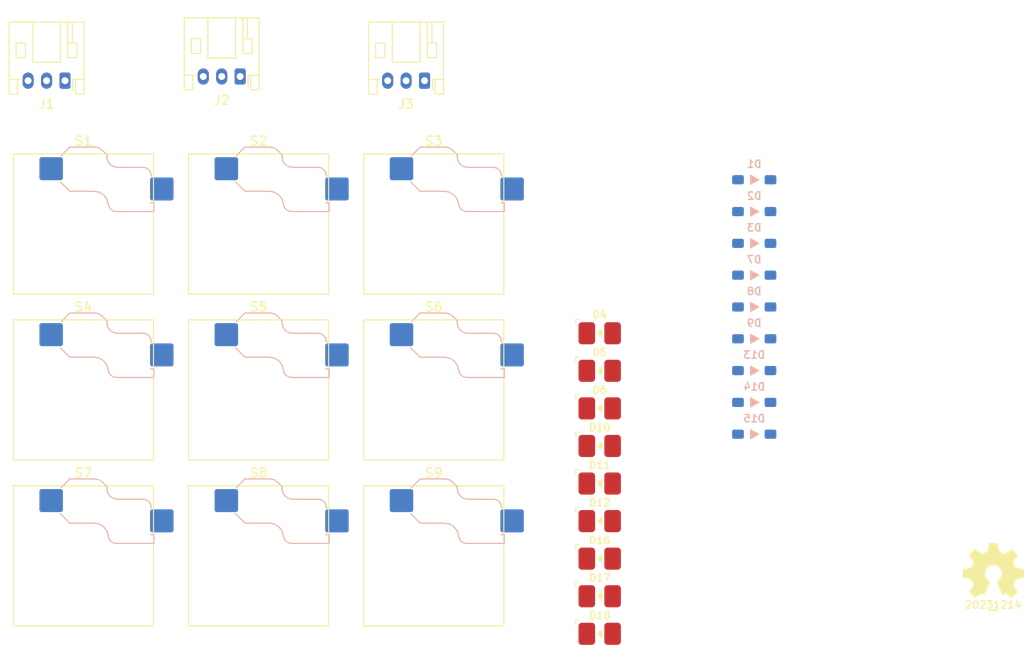
<source format=kicad_pcb>
(kicad_pcb (version 20221018) (generator pcbnew)
  (layers (0 "F.Cu" mixed) (31 "B.Cu" mixed) (34 "B.Paste" user) (35 "F.Paste" user) (36 "B.SilkS" user "B.Silkscreen") (37 "F.SilkS" user "F.Silkscreen") (38 "B.Mask" user) (39 "F.Mask" user) (44 "Edge.Cuts" user))
  (net 0 "")
  (net 1 "Net-(D1-K)")
  (net 2 "/COL_1")
  (net 3 "Net-(D2-K)")
  (net 4 "/COL_2")
  (net 5 "Net-(D3-K)")
  (net 6 "/COL_3")
  (net 7 "/LED_1")
  (net 8 "Net-(D7-K)")
  (net 9 "Net-(D8-K)")
  (net 10 "Net-(D9-K)")
  (net 11 "/LED_2")
  (net 12 "Net-(D13-K)")
  (net 13 "Net-(D14-K)")
  (net 14 "Net-(D15-K)")
  (net 15 "/LED_3")
  (net 16 "/ROW_1")
  (net 17 "/ROW_2")
  (net 18 "/ROW_3")
  (footprint "SquantorLabels:Label_Generic" (layer "F.Cu") (at 138.7 91.3)
    (fp_text reference "N2" hide)
    (fp_text value "20231214" (at 0 0) (layer "F.SilkS") (effects (font (size 0.8 0.8))))
  )
  (footprint "Symbol:OSHW-Symbol_6.7x6mm_SilkScreen" (layer "F.Cu") (at 138.7 87.6)
    (fp_text reference "N1" hide)
    (fp_text value "OHWLOGO" hide)
  )
  (footprint "SquantorDiodes:LED_1208_0603" (layer "F.Cu") (at 96 78.15)
    (fp_text reference "D11" (at 0 -2) (layer "F.SilkS") (effects (font (size 0.8 0.8))))
    (fp_text value "LED")
    (pad "1" smd roundrect (at -1.4 0) (size 1.8 2.4) (layers "F.Cu" "F.Paste" "F.Mask") (roundrect_rratio 0.2) (net 11 "/LED_2"))
    (pad "2" smd roundrect (at 1.4 0) (size 1.8 2.4) (layers "F.Cu" "F.Paste" "F.Mask") (roundrect_rratio 0.2) (net 4 "/COL_2"))
  )
  (footprint "Connector_JST:JST_PH_S3B-PH-K_1x03_P2.00mm_Horizontal" (layer "F.Cu") (at 57 34 180)
    (fp_text reference "J2" (at 2 -2.55) (layer "F.SilkS"))
    (fp_text value "Rows")
    (pad "1" thru_hole roundrect (at 0 0 180) (size 1.2 1.75) (drill 0.75) (layers "*.Cu" "*.Mask") (roundrect_rratio 0.208333) (net 2 "/COL_1"))
    (pad "2" thru_hole oval (at 2 0 180) (size 1.2 1.75) (drill 0.75) (layers "*.Cu" "*.Mask") (net 4 "/COL_2"))
    (pad "3" thru_hole oval (at 4 0 180) (size 1.2 1.75) (drill 0.75) (layers "*.Cu" "*.Mask") (net 6 "/COL_3"))
  )
  (footprint "SquantorDiodes:LED_1208_0603" (layer "F.Cu") (at 96 65.925)
    (fp_text reference "D5" (at 0 -2) (layer "F.SilkS") (effects (font (size 0.8 0.8))))
    (fp_text value "LED")
    (pad "1" smd roundrect (at -1.4 0) (size 1.8 2.4) (layers "F.Cu" "F.Paste" "F.Mask") (roundrect_rratio 0.2) (net 7 "/LED_1"))
    (pad "2" smd roundrect (at 1.4 0) (size 1.8 2.4) (layers "F.Cu" "F.Paste" "F.Mask") (roundrect_rratio 0.2) (net 4 "/COL_2"))
  )
  (footprint "SquantorDiodes:LED_1208_0603" (layer "F.Cu") (at 96 94.45)
    (fp_text reference "D18" (at 0 -2) (layer "F.SilkS") (effects (font (size 0.8 0.8))))
    (fp_text value "LED")
    (pad "1" smd roundrect (at -1.4 0) (size 1.8 2.4) (layers "F.Cu" "F.Paste" "F.Mask") (roundrect_rratio 0.2) (net 15 "/LED_3"))
    (pad "2" smd roundrect (at 1.4 0) (size 1.8 2.4) (layers "F.Cu" "F.Paste" "F.Mask") (roundrect_rratio 0.2) (net 6 "/COL_3"))
  )
  (footprint "SquantorKailh:SW_Hotswap_Kailh_Choc_V1_1.00u" (layer "F.Cu") (at 78 50)
    (fp_text reference "S3" (at 0 -9) (layer "F.SilkS"))
    (fp_text value "3")
    (pad "" np_thru_hole circle (at -5.5 0) (size 1.9 1.9) (drill 1.9) (layers "*.Cu" "*.Mask"))
    (pad "" np_thru_hole circle (at 0 -5.9) (size 3.05 3.05) (drill 3.05) (layers "*.Cu" "*.Mask"))
    (pad "" np_thru_hole circle (at 0 0) (size 3.45 3.45) (drill 3.45) (layers "*.Cu" "*.Mask"))
    (pad "" np_thru_hole circle (at 5 -3.8) (size 3.05 3.05) (drill 3.05) (layers "*.Cu" "*.Mask"))
    (pad "" np_thru_hole circle (at 5.5 0) (size 1.9 1.9) (drill 1.9) (layers "*.Cu" "*.Mask"))
    (pad "1" smd roundrect (at -3.5 -6) (size 2.55 2.5) (layers "B.Cu" "B.Paste" "B.Mask") (roundrect_rratio 0.1) (net 16 "/ROW_1"))
    (pad "2" smd roundrect (at 8.5 -3.8) (size 2.55 2.5) (layers "B.Cu" "B.Paste" "B.Mask") (roundrect_rratio 0.1) (net 5 "Net-(D3-K)"))
  )
  (footprint "SquantorKailh:SW_Hotswap_Kailh_Choc_V1_1.00u" (layer "F.Cu") (at 78 86)
    (fp_text reference "S9" (at 0 -9) (layer "F.SilkS"))
    (fp_text value "3")
    (pad "" np_thru_hole circle (at -5.5 0) (size 1.9 1.9) (drill 1.9) (layers "*.Cu" "*.Mask"))
    (pad "" np_thru_hole circle (at 0 -5.9) (size 3.05 3.05) (drill 3.05) (layers "*.Cu" "*.Mask"))
    (pad "" np_thru_hole circle (at 0 0) (size 3.45 3.45) (drill 3.45) (layers "*.Cu" "*.Mask"))
    (pad "" np_thru_hole circle (at 5 -3.8) (size 3.05 3.05) (drill 3.05) (layers "*.Cu" "*.Mask"))
    (pad "" np_thru_hole circle (at 5.5 0) (size 1.9 1.9) (drill 1.9) (layers "*.Cu" "*.Mask"))
    (pad "1" smd roundrect (at -3.5 -6) (size 2.55 2.5) (layers "B.Cu" "B.Paste" "B.Mask") (roundrect_rratio 0.1) (net 18 "/ROW_3"))
    (pad "2" smd roundrect (at 8.5 -3.8) (size 2.55 2.5) (layers "B.Cu" "B.Paste" "B.Mask") (roundrect_rratio 0.1) (net 14 "Net-(D15-K)"))
  )
  (footprint "SquantorKailh:SW_Hotswap_Kailh_Choc_V1_1.00u" (layer "F.Cu") (at 40 68)
    (fp_text reference "S4" (at 0 -9) (layer "F.SilkS"))
    (fp_text value "1")
    (pad "" np_thru_hole circle (at -5.5 0) (size 1.9 1.9) (drill 1.9) (layers "*.Cu" "*.Mask"))
    (pad "" np_thru_hole circle (at 0 -5.9) (size 3.05 3.05) (drill 3.05) (layers "*.Cu" "*.Mask"))
    (pad "" np_thru_hole circle (at 0 0) (size 3.45 3.45) (drill 3.45) (layers "*.Cu" "*.Mask"))
    (pad "" np_thru_hole circle (at 5 -3.8) (size 3.05 3.05) (drill 3.05) (layers "*.Cu" "*.Mask"))
    (pad "" np_thru_hole circle (at 5.5 0) (size 1.9 1.9) (drill 1.9) (layers "*.Cu" "*.Mask"))
    (pad "1" smd roundrect (at -3.5 -6) (size 2.55 2.5) (layers "B.Cu" "B.Paste" "B.Mask") (roundrect_rratio 0.1) (net 17 "/ROW_2"))
    (pad "2" smd roundrect (at 8.5 -3.8) (size 2.55 2.5) (layers "B.Cu" "B.Paste" "B.Mask") (roundrect_rratio 0.1) (net 8 "Net-(D7-K)"))
  )
  (footprint "SquantorDiodes:LED_1208_0603" (layer "F.Cu") (at 96 70)
    (fp_text reference "D6" (at 0 -2) (layer "F.SilkS") (effects (font (size 0.8 0.8))))
    (fp_text value "LED")
    (pad "1" smd roundrect (at -1.4 0) (size 1.8 2.4) (layers "F.Cu" "F.Paste" "F.Mask") (roundrect_rratio 0.2) (net 7 "/LED_1"))
    (pad "2" smd roundrect (at 1.4 0) (size 1.8 2.4) (layers "F.Cu" "F.Paste" "F.Mask") (roundrect_rratio 0.2) (net 6 "/COL_3"))
  )
  (footprint "SquantorKailh:SW_Hotswap_Kailh_Choc_V1_1.00u" (layer "F.Cu") (at 40 86)
    (fp_text reference "S7" (at 0 -9) (layer "F.SilkS"))
    (fp_text value "1")
    (pad "" np_thru_hole circle (at -5.5 0) (size 1.9 1.9) (drill 1.9) (layers "*.Cu" "*.Mask"))
    (pad "" np_thru_hole circle (at 0 -5.9) (size 3.05 3.05) (drill 3.05) (layers "*.Cu" "*.Mask"))
    (pad "" np_thru_hole circle (at 0 0) (size 3.45 3.45) (drill 3.45) (layers "*.Cu" "*.Mask"))
    (pad "" np_thru_hole circle (at 5 -3.8) (size 3.05 3.05) (drill 3.05) (layers "*.Cu" "*.Mask"))
    (pad "" np_thru_hole circle (at 5.5 0) (size 1.9 1.9) (drill 1.9) (layers "*.Cu" "*.Mask"))
    (pad "1" smd roundrect (at -3.5 -6) (size 2.55 2.5) (layers "B.Cu" "B.Paste" "B.Mask") (roundrect_rratio 0.1) (net 18 "/ROW_3"))
    (pad "2" smd roundrect (at 8.5 -3.8) (size 2.55 2.5) (layers "B.Cu" "B.Paste" "B.Mask") (roundrect_rratio 0.1) (net 12 "Net-(D13-K)"))
  )
  (footprint "SquantorDiodes:LED_1208_0603" (layer "F.Cu") (at 96 61.85)
    (fp_text reference "D4" (at 0 -2) (layer "F.SilkS") (effects (font (size 0.8 0.8))))
    (fp_text value "LED")
    (pad "1" smd roundrect (at -1.4 0) (size 1.8 2.4) (layers "F.Cu" "F.Paste" "F.Mask") (roundrect_rratio 0.2) (net 7 "/LED_1"))
    (pad "2" smd roundrect (at 1.4 0) (size 1.8 2.4) (layers "F.Cu" "F.Paste" "F.Mask") (roundrect_rratio 0.2) (net 2 "/COL_1"))
  )
  (footprint "SquantorDiodes:LED_1208_0603" (layer "F.Cu") (at 96 90.375)
    (fp_text reference "D17" (at 0 -2) (layer "F.SilkS") (effects (font (size 0.8 0.8))))
    (fp_text value "LED")
    (pad "1" smd roundrect (at -1.4 0) (size 1.8 2.4) (layers "F.Cu" "F.Paste" "F.Mask") (roundrect_rratio 0.2) (net 15 "/LED_3"))
    (pad "2" smd roundrect (at 1.4 0) (size 1.8 2.4) (layers "F.Cu" "F.Paste" "F.Mask") (roundrect_rratio 0.2) (net 4 "/COL_2"))
  )
  (footprint "SquantorDiodes:LED_1208_0603" (layer "F.Cu") (at 96 82.225)
    (fp_text reference "D12" (at 0 -2) (layer "F.SilkS") (effects (font (size 0.8 0.8))))
    (fp_text value "LED")
    (pad "1" smd roundrect (at -1.4 0) (size 1.8 2.4) (layers "F.Cu" "F.Paste" "F.Mask") (roundrect_rratio 0.2) (net 11 "/LED_2"))
    (pad "2" smd roundrect (at 1.4 0) (size 1.8 2.4) (layers "F.Cu" "F.Paste" "F.Mask") (roundrect_rratio 0.2) (net 6 "/COL_3"))
  )
  (footprint "SquantorKailh:SW_Hotswap_Kailh_Choc_V1_1.00u" (layer "F.Cu") (at 40 50)
    (fp_text reference "S1" (at 0 -9) (layer "F.SilkS"))
    (fp_text value "1")
    (pad "" np_thru_hole circle (at -5.5 0) (size 1.9 1.9) (drill 1.9) (layers "*.Cu" "*.Mask"))
    (pad "" np_thru_hole circle (at 0 -5.9) (size 3.05 3.05) (drill 3.05) (layers "*.Cu" "*.Mask"))
    (pad "" np_thru_hole circle (at 0 0) (size 3.45 3.45) (drill 3.45) (layers "*.Cu" "*.Mask"))
    (pad "" np_thru_hole circle (at 5 -3.8) (size 3.05 3.05) (drill 3.05) (layers "*.Cu" "*.Mask"))
    (pad "" np_thru_hole circle (at 5.5 0) (size 1.9 1.9) (drill 1.9) (layers "*.Cu" "*.Mask"))
    (pad "1" smd roundrect (at -3.5 -6) (size 2.55 2.5) (layers "B.Cu" "B.Paste" "B.Mask") (roundrect_rratio 0.1) (net 16 "/ROW_1"))
    (pad "2" smd roundrect (at 8.5 -3.8) (size 2.55 2.5) (layers "B.Cu" "B.Paste" "B.Mask") (roundrect_rratio 0.1) (net 1 "Net-(D1-K)"))
  )
  (footprint "SquantorDiodes:LED_1208_0603" (layer "F.Cu") (at 96 86.3)
    (fp_text reference "D16" (at 0 -2) (layer "F.SilkS") (effects (font (size 0.8 0.8))))
    (fp_text value "LED")
    (pad "1" smd roundrect (at -1.4 0) (size 1.8 2.4) (layers "F.Cu" "F.Paste" "F.Mask") (roundrect_rratio 0.2) (net 15 "/LED_3"))
    (pad "2" smd roundrect (at 1.4 0) (size 1.8 2.4) (layers "F.Cu" "F.Paste" "F.Mask") (roundrect_rratio 0.2) (net 2 "/COL_1"))
  )
  (footprint "SquantorKailh:SW_Hotswap_Kailh_Choc_V1_1.00u" (layer "F.Cu") (at 59 86)
    (fp_text reference "S8" (at 0 -9) (layer "F.SilkS"))
    (fp_text value "2")
    (pad "" np_thru_hole circle (at -5.5 0) (size 1.9 1.9) (drill 1.9) (layers "*.Cu" "*.Mask"))
    (pad "" np_thru_hole circle (at 0 -5.9) (size 3.05 3.05) (drill 3.05) (layers "*.Cu" "*.Mask"))
    (pad "" np_thru_hole circle (at 0 0) (size 3.45 3.45) (drill 3.45) (layers "*.Cu" "*.Mask"))
    (pad "" np_thru_hole circle (at 5 -3.8) (size 3.05 3.05) (drill 3.05) (layers "*.Cu" "*.Mask"))
    (pad "" np_thru_hole circle (at 5.5 0) (size 1.9 1.9) (drill 1.9) (layers "*.Cu" "*.Mask"))
    (pad "1" smd roundrect (at -3.5 -6) (size 2.55 2.5) (layers "B.Cu" "B.Paste" "B.Mask") (roundrect_rratio 0.1) (net 18 "/ROW_3"))
    (pad "2" smd roundrect (at 8.5 -3.8) (size 2.55 2.5) (layers "B.Cu" "B.Paste" "B.Mask") (roundrect_rratio 0.1) (net 13 "Net-(D14-K)"))
  )
  (footprint "SquantorKailh:SW_Hotswap_Kailh_Choc_V1_1.00u" (layer "F.Cu") (at 59 68)
    (fp_text reference "S5" (at 0 -9) (layer "F.SilkS"))
    (fp_text value "2")
    (pad "" np_thru_hole circle (at -5.5 0) (size 1.9 1.9) (drill 1.9) (layers "*.Cu" "*.Mask"))
    (pad "" np_thru_hole circle (at 0 -5.9) (size 3.05 3.05) (drill 3.05) (layers "*.Cu" "*.Mask"))
    (pad "" np_thru_hole circle (at 0 0) (size 3.45 3.45) (drill 3.45) (layers "*.Cu" "*.Mask"))
    (pad "" np_thru_hole circle (at 5 -3.8) (size 3.05 3.05) (drill 3.05) (layers "*.Cu" "*.Mask"))
    (pad "" np_thru_hole circle (at 5.5 0) (size 1.9 1.9) (drill 1.9) (layers "*.Cu" "*.Mask"))
    (pad "1" smd roundrect (at -3.5 -6) (size 2.55 2.5) (layers "B.Cu" "B.Paste" "B.Mask") (roundrect_rratio 0.1) (net 17 "/ROW_2"))
    (pad "2" smd roundrect (at 8.5 -3.8) (size 2.55 2.5) (layers "B.Cu" "B.Paste" "B.Mask") (roundrect_rratio 0.1) (net 9 "Net-(D8-K)"))
  )
  (footprint "SquantorKailh:SW_Hotswap_Kailh_Choc_V1_1.00u" (layer "F.Cu") (at 59 50)
    (fp_text reference "S2" (at 0 -9) (layer "F.SilkS"))
    (fp_text value "2")
    (pad "" np_thru_hole circle (at -5.5 0) (size 1.9 1.9) (drill 1.9) (layers "*.Cu" "*.Mask"))
    (pad "" np_thru_hole circle (at 0 -5.9) (size 3.05 3.05) (drill 3.05) (layers "*.Cu" "*.Mask"))
    (pad "" np_thru_hole circle (at 0 0) (size 3.45 3.45) (drill 3.45) (layers "*.Cu" "*.Mask"))
    (pad "" np_thru_hole circle (at 5 -3.8) (size 3.05 3.05) (drill 3.05) (layers "*.Cu" "*.Mask"))
    (pad "" np_thru_hole circle (at 5.5 0) (size 1.9 1.9) (drill 1.9) (layers "*.Cu" "*.Mask"))
    (pad "1" smd roundrect (at -3.5 -6) (size 2.55 2.5) (layers "B.Cu" "B.Paste" "B.Mask") (roundrect_rratio 0.1) (net 16 "/ROW_1"))
    (pad "2" smd roundrect (at 8.5 -3.8) (size 2.55 2.5) (layers "B.Cu" "B.Paste" "B.Mask") (roundrect_rratio 0.1) (net 3 "Net-(D2-K)"))
  )
  (footprint "Connector_JST:JST_PH_S3B-PH-K_1x03_P2.00mm_Horizontal" (layer "F.Cu") (at 38 34.45 180)
    (fp_text reference "J1" (at 2 -2.55) (layer "F.SilkS"))
    (fp_text value "Columns")
    (pad "1" thru_hole roundrect (at 0 0 180) (size 1.2 1.75) (drill 0.75) (layers "*.Cu" "*.Mask") (roundrect_rratio 0.208333) (net 16 "/ROW_1"))
    (pad "2" thru_hole oval (at 2 0 180) (size 1.2 1.75) (drill 0.75) (layers "*.Cu" "*.Mask") (net 17 "/ROW_2"))
    (pad "3" thru_hole oval (at 4 0 180) (size 1.2 1.75) (drill 0.75) (layers "*.Cu" "*.Mask") (net 18 "/ROW_3"))
  )
  (footprint "SquantorDiodes:LED_1208_0603" (layer "F.Cu") (at 96 74.075)
    (fp_text reference "D10" (at 0 -2) (layer "F.SilkS") (effects (font (size 0.8 0.8))))
    (fp_text value "LED")
    (pad "1" smd roundrect (at -1.4 0) (size 1.8 2.4) (layers "F.Cu" "F.Paste" "F.Mask") (roundrect_rratio 0.2) (net 11 "/LED_2"))
    (pad "2" smd roundrect (at 1.4 0) (size 1.8 2.4) (layers "F.Cu" "F.Paste" "F.Mask") (roundrect_rratio 0.2) (net 2 "/COL_1"))
  )
  (footprint "Connector_JST:JST_PH_S3B-PH-K_1x03_P2.00mm_Horizontal" (layer "F.Cu") (at 77 34.45 180)
    (fp_text reference "J3" (at 2 -2.55) (layer "F.SilkS"))
    (fp_text value "LEDs")
    (pad "1" thru_hole roundrect (at 0 0 180) (size 1.2 1.75) (drill 0.75) (layers "*.Cu" "*.Mask") (roundrect_rratio 0.208333) (net 7 "/LED_1"))
    (pad "2" thru_hole oval (at 2 0 180) (size 1.2 1.75) (drill 0.75) (layers "*.Cu" "*.Mask") (net 11 "/LED_2"))
    (pad "3" thru_hole oval (at 4 0 180) (size 1.2 1.75) (drill 0.75) (layers "*.Cu" "*.Mask") (net 15 "/LED_3"))
  )
  (footprint "SquantorKailh:SW_Hotswap_Kailh_Choc_V1_1.00u" (layer "F.Cu") (at 78 68)
    (fp_text reference "S6" (at 0 -9) (layer "F.SilkS"))
    (fp_text value "3")
    (pad "" np_thru_hole circle (at -5.5 0) (size 1.9 1.9) (drill 1.9) (layers "*.Cu" "*.Mask"))
    (pad "" np_thru_hole circle (at 0 -5.9) (size 3.05 3.05) (drill 3.05) (layers "*.Cu" "*.Mask"))
    (pad "" np_thru_hole circle (at 0 0) (size 3.45 3.45) (drill 3.45) (layers "*.Cu" "*.Mask"))
    (pad "" np_thru_hole circle (at 5 -3.8) (size 3.05 3.05) (drill 3.05) (layers "*.Cu" "*.Mask"))
    (pad "" np_thru_hole circle (at 5.5 0) (size 1.9 1.9) (drill 1.9) (layers "*.Cu" "*.Mask"))
    (pad "1" smd roundrect (at -3.5 -6) (size 2.55 2.5) (layers "B.Cu" "B.Paste" "B.Mask") (roundrect_rratio 0.1) (net 17 "/ROW_2"))
    (pad "2" smd roundrect (at 8.5 -3.8) (size 2.55 2.5) (layers "B.Cu" "B.Paste" "B.Mask") (roundrect_rratio 0.1) (net 10 "Net-(D9-K)"))
  )
  (footprint "SquantorDiodes:SOD-123-hand" (layer "B.Cu") (at 112.7625 45.2 180)
    (fp_text reference "D1" (at 0 1.7) (layer "B.SilkS") (effects (font (size 0.8 0.8)) (justify mirror)))
    (fp_text value "D")
    (pad "1" smd roundrect (at -1.7625 0 180) (size 1.275 1) (layers "B.Cu" "B.Paste" "B.Mask") (roundrect_rratio 0.2) (net 1 "Net-(D1-K)"))
    (pad "2" smd roundrect (at 1.7625 0 180) (size 1.275 1) (layers "B.Cu" "B.Paste" "B.Mask") (roundrect_rratio 0.2) (net 2 "/COL_1"))
  )
  (footprint "SquantorDiodes:SOD-123-hand" (layer "B.Cu") (at 112.7625 72.8 180)
    (fp_text reference "D15" (at 0 1.7) (layer "B.SilkS") (effects (font (size 0.8 0.8)) (justify mirror)))
    (fp_text value "D")
    (pad "1" smd roundrect (at -1.7625 0 180) (size 1.275 1) (layers "B.Cu" "B.Paste" "B.Mask") (roundrect_rratio 0.2) (net 14 "Net-(D15-K)"))
    (pad "2" smd roundrect (at 1.7625 0 180) (size 1.275 1) (layers "B.Cu" "B.Paste" "B.Mask") (roundrect_rratio 0.2) (net 6 "/COL_3"))
  )
  (footprint "SquantorDiodes:SOD-123-hand" (layer "B.Cu") (at 112.7625 48.65 180)
    (fp_text reference "D2" (at 0 1.7) (layer "B.SilkS") (effects (font (size 0.8 0.8)) (justify mirror)))
    (fp_text value "D")
    (pad "1" smd roundrect (at -1.7625 0 180) (size 1.275 1) (layers "B.Cu" "B.Paste" "B.Mask") (roundrect_rratio 0.2) (net 3 "Net-(D2-K)"))
    (pad "2" smd roundrect (at 1.7625 0 180) (size 1.275 1) (layers "B.Cu" "B.Paste" "B.Mask") (roundrect_rratio 0.2) (net 4 "/COL_2"))
  )
  (footprint "SquantorDiodes:SOD-123-hand" (layer "B.Cu") (at 112.7625 65.9 180)
    (fp_text reference "D13" (at 0 1.7) (layer "B.SilkS") (effects (font (size 0.8 0.8)) (justify mirror)))
    (fp_text value "D")
    (pad "1" smd roundrect (at -1.7625 0 180) (size 1.275 1) (layers "B.Cu" "B.Paste" "B.Mask") (roundrect_rratio 0.2) (net 12 "Net-(D13-K)"))
    (pad "2" smd roundrect (at 1.7625 0 180) (size 1.275 1) (layers "B.Cu" "B.Paste" "B.Mask") (roundrect_rratio 0.2) (net 2 "/COL_1"))
  )
  (footprint "SquantorDiodes:SOD-123-hand" (layer "B.Cu") (at 112.7625 55.55 180)
    (fp_text reference "D7" (at 0 1.7) (layer "B.SilkS") (effects (font (size 0.8 0.8)) (justify mirror)))
    (fp_text value "D")
    (pad "1" smd roundrect (at -1.7625 0 180) (size 1.275 1) (layers "B.Cu" "B.Paste" "B.Mask") (roundrect_rratio 0.2) (net 8 "Net-(D7-K)"))
    (pad "2" smd roundrect (at 1.7625 0 180) (size 1.275 1) (layers "B.Cu" "B.Paste" "B.Mask") (roundrect_rratio 0.2) (net 2 "/COL_1"))
  )
  (footprint "SquantorDiodes:SOD-123-hand" (layer "B.Cu") (at 112.7625 52.1 180)
    (fp_text reference "D3" (at 0 1.7) (layer "B.SilkS") (effects (font (size 0.8 0.8)) (justify mirror)))
    (fp_text value "D")
    (pad "1" smd roundrect (at -1.7625 0 180) (size 1.275 1) (layers "B.Cu" "B.Paste" "B.Mask") (roundrect_rratio 0.2) (net 5 "Net-(D3-K)"))
    (pad "2" smd roundrect (at 1.7625 0 180) (size 1.275 1) (layers "B.Cu" "B.Paste" "B.Mask") (roundrect_rratio 0.2) (net 6 "/COL_3"))
  )
  (footprint "SquantorDiodes:SOD-123-hand" (layer "B.Cu") (at 112.7625 59 180)
    (fp_text reference "D8" (at 0 1.7) (layer "B.SilkS") (effects (font (size 0.8 0.8)) (justify mirror)))
    (fp_text value "D")
    (pad "1" smd roundrect (at -1.7625 0 180) (size 1.275 1) (layers "B.Cu" "B.Paste" "B.Mask") (roundrect_rratio 0.2) (net 9 "Net-(D8-K)"))
    (pad "2" smd roundrect (at 1.7625 0 180) (size 1.275 1) (layers "B.Cu" "B.Paste" "B.Mask") (roundrect_rratio 0.2) (net 4 "/COL_2"))
  )
  (footprint "SquantorDiodes:SOD-123-hand" (layer "B.Cu") (at 112.7625 69.35 180)
    (fp_text reference "D14" (at 0 1.7) (layer "B.SilkS") (effects (font (size 0.8 0.8)) (justify mirror)))
    (fp_text value "D")
    (pad "1" smd roundrect (at -1.7625 0 180) (size 1.275 1) (layers "B.Cu" "B.Paste" "B.Mask") (roundrect_rratio 0.2) (net 13 "Net-(D14-K)"))
    (pad "2" smd roundrect (at 1.7625 0 180) (size 1.275 1) (layers "B.Cu" "B.Paste" "B.Mask") (roundrect_rratio 0.2) (net 4 "/COL_2"))
  )
  (footprint "SquantorDiodes:SOD-123-hand" (layer "B.Cu") (at 112.7625 62.45 180)
    (fp_text reference "D9" (at 0 1.7) (layer "B.SilkS") (effects (font (size 0.8 0.8)) (justify mirror)))
    (fp_text value "D")
    (pad "1" smd roundrect (at -1.7625 0 180) (size 1.275 1) (layers "B.Cu" "B.Paste" "B.Mask") (roundrect_rratio 0.2) (net 10 "Net-(D9-K)"))
    (pad "2" smd roundrect (at 1.7625 0 180) (size 1.275 1) (layers "B.Cu" "B.Paste" "B.Mask") (roundrect_rratio 0.2) (net 6 "/COL_3"))
  )
)
</source>
